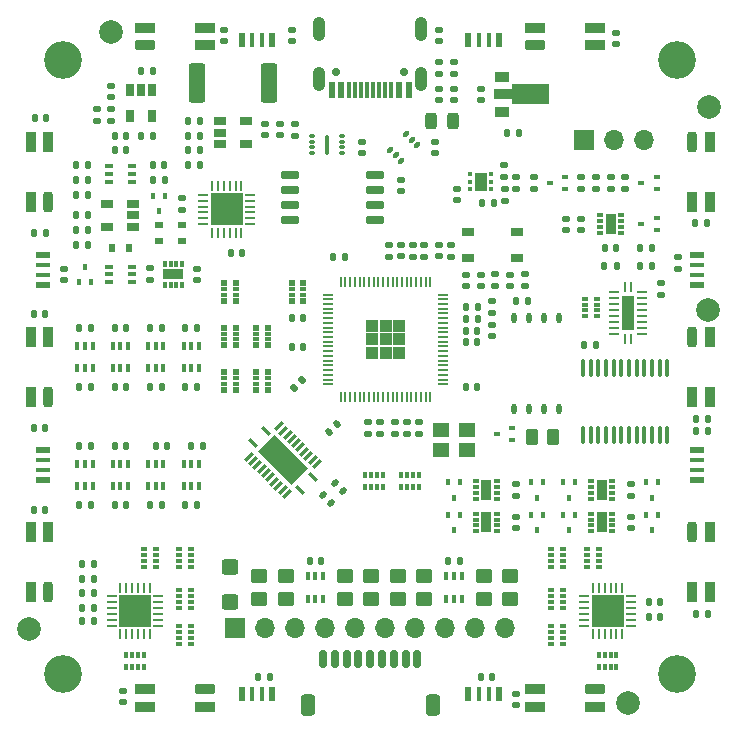
<source format=gts>
G04 #@! TF.GenerationSoftware,KiCad,Pcbnew,8.0.7*
G04 #@! TF.CreationDate,2025-03-27T17:00:34+01:00*
G04 #@! TF.ProjectId,7-REV1B,372d5245-5631-4422-9e6b-696361645f70,rev?*
G04 #@! TF.SameCoordinates,Original*
G04 #@! TF.FileFunction,Soldermask,Top*
G04 #@! TF.FilePolarity,Negative*
%FSLAX46Y46*%
G04 Gerber Fmt 4.6, Leading zero omitted, Abs format (unit mm)*
G04 Created by KiCad (PCBNEW 8.0.7) date 2025-03-27 17:00:34*
%MOMM*%
%LPD*%
G01*
G04 APERTURE LIST*
G04 Aperture macros list*
%AMRoundRect*
0 Rectangle with rounded corners*
0 $1 Rounding radius*
0 $2 $3 $4 $5 $6 $7 $8 $9 X,Y pos of 4 corners*
0 Add a 4 corners polygon primitive as box body*
4,1,4,$2,$3,$4,$5,$6,$7,$8,$9,$2,$3,0*
0 Add four circle primitives for the rounded corners*
1,1,$1+$1,$2,$3*
1,1,$1+$1,$4,$5*
1,1,$1+$1,$6,$7*
1,1,$1+$1,$8,$9*
0 Add four rect primitives between the rounded corners*
20,1,$1+$1,$2,$3,$4,$5,0*
20,1,$1+$1,$4,$5,$6,$7,0*
20,1,$1+$1,$6,$7,$8,$9,0*
20,1,$1+$1,$8,$9,$2,$3,0*%
%AMRotRect*
0 Rectangle, with rotation*
0 The origin of the aperture is its center*
0 $1 length*
0 $2 width*
0 $3 Rotation angle, in degrees counterclockwise*
0 Add horizontal line*
21,1,$1,$2,0,0,$3*%
%AMFreePoly0*
4,1,5,0.215000,-0.575000,-0.215000,-0.575000,-0.215000,0.575000,0.215000,0.575000,0.215000,-0.575000,0.215000,-0.575000,$1*%
%AMFreePoly1*
4,1,9,3.862500,-0.866500,0.737500,-0.866500,0.737500,-0.450000,-0.737500,-0.450000,-0.737500,0.450000,0.737500,0.450000,0.737500,0.866500,3.862500,0.866500,3.862500,-0.866500,3.862500,-0.866500,$1*%
G04 Aperture macros list end*
%ADD10RoundRect,0.140000X0.170000X-0.140000X0.170000X0.140000X-0.170000X0.140000X-0.170000X-0.140000X0*%
%ADD11R,1.700000X0.820000*%
%ADD12RoundRect,0.205000X0.645000X0.205000X-0.645000X0.205000X-0.645000X-0.205000X0.645000X-0.205000X0*%
%ADD13RoundRect,0.205000X-0.645000X-0.205000X0.645000X-0.205000X0.645000X0.205000X-0.645000X0.205000X0*%
%ADD14R,0.820000X1.700000*%
%ADD15RoundRect,0.205000X-0.205000X0.645000X-0.205000X-0.645000X0.205000X-0.645000X0.205000X0.645000X0*%
%ADD16RoundRect,0.205000X0.205000X-0.645000X0.205000X0.645000X-0.205000X0.645000X-0.205000X-0.645000X0*%
%ADD17RoundRect,0.147500X-0.147500X-0.172500X0.147500X-0.172500X0.147500X0.172500X-0.147500X0.172500X0*%
%ADD18RoundRect,0.147500X0.147500X0.172500X-0.147500X0.172500X-0.147500X-0.172500X0.147500X-0.172500X0*%
%ADD19RoundRect,0.147500X0.172500X-0.147500X0.172500X0.147500X-0.172500X0.147500X-0.172500X-0.147500X0*%
%ADD20RoundRect,0.147500X-0.017678X0.226274X-0.226274X0.017678X0.017678X-0.226274X0.226274X-0.017678X0*%
%ADD21C,3.200000*%
%ADD22RoundRect,0.140000X-0.140000X-0.170000X0.140000X-0.170000X0.140000X0.170000X-0.140000X0.170000X0*%
%ADD23R,0.400000X0.650000*%
%ADD24RoundRect,0.243750X0.243750X0.456250X-0.243750X0.456250X-0.243750X-0.456250X0.243750X-0.456250X0*%
%ADD25RoundRect,0.140000X0.140000X0.170000X-0.140000X0.170000X-0.140000X-0.170000X0.140000X-0.170000X0*%
%ADD26RoundRect,0.147500X-0.172500X0.147500X-0.172500X-0.147500X0.172500X-0.147500X0.172500X0.147500X0*%
%ADD27RoundRect,0.135000X0.185000X-0.135000X0.185000X0.135000X-0.185000X0.135000X-0.185000X-0.135000X0*%
%ADD28RoundRect,0.140000X-0.170000X0.140000X-0.170000X-0.140000X0.170000X-0.140000X0.170000X0.140000X0*%
%ADD29RoundRect,0.030000X-0.250000X-0.200000X0.250000X-0.200000X0.250000X0.200000X-0.250000X0.200000X0*%
%ADD30RoundRect,0.030000X-0.250000X-0.150000X0.250000X-0.150000X0.250000X0.150000X-0.250000X0.150000X0*%
%ADD31RoundRect,0.249998X0.262502X0.450002X-0.262502X0.450002X-0.262502X-0.450002X0.262502X-0.450002X0*%
%ADD32RoundRect,0.150000X-0.650000X-0.150000X0.650000X-0.150000X0.650000X0.150000X-0.650000X0.150000X0*%
%ADD33C,2.000000*%
%ADD34R,1.700000X1.700000*%
%ADD35O,1.700000X1.700000*%
%ADD36RoundRect,0.150000X-0.150000X-0.625000X0.150000X-0.625000X0.150000X0.625000X-0.150000X0.625000X0*%
%ADD37RoundRect,0.249999X-0.350001X-0.650001X0.350001X-0.650001X0.350001X0.650001X-0.350001X0.650001X0*%
%ADD38RoundRect,0.062500X-0.062500X-0.350000X0.062500X-0.350000X0.062500X0.350000X-0.062500X0.350000X0*%
%ADD39RoundRect,0.062500X-0.350000X-0.062500X0.350000X-0.062500X0.350000X0.062500X-0.350000X0.062500X0*%
%ADD40R,1.000000X3.000000*%
%ADD41R,1.400000X1.200000*%
%ADD42R,1.050000X0.650000*%
%ADD43RoundRect,0.135000X0.135000X0.185000X-0.135000X0.185000X-0.135000X-0.185000X0.135000X-0.185000X0*%
%ADD44RoundRect,0.249999X0.450001X1.425001X-0.450001X1.425001X-0.450001X-1.425001X0.450001X-1.425001X0*%
%ADD45RoundRect,0.135000X-0.135000X-0.185000X0.135000X-0.185000X0.135000X0.185000X-0.135000X0.185000X0*%
%ADD46RoundRect,0.100000X-0.100000X0.155000X-0.100000X-0.155000X0.100000X-0.155000X0.100000X0.155000X0*%
%ADD47R,0.650000X1.060000*%
%ADD48R,0.650000X0.400000*%
%ADD49R,0.600000X0.700000*%
%ADD50RoundRect,0.100000X0.100000X-0.637500X0.100000X0.637500X-0.100000X0.637500X-0.100000X-0.637500X0*%
%ADD51C,0.700000*%
%ADD52R,0.600000X1.450000*%
%ADD53R,0.300000X1.450000*%
%ADD54O,1.050000X2.100000*%
%ADD55FreePoly0,90.000000*%
%ADD56R,1.150000X0.430000*%
%ADD57FreePoly0,0.000000*%
%ADD58R,0.430000X1.150000*%
%ADD59FreePoly0,270.000000*%
%ADD60FreePoly0,180.000000*%
%ADD61R,0.700000X0.600000*%
%ADD62RoundRect,0.100000X0.100000X-0.155000X0.100000X0.155000X-0.100000X0.155000X-0.100000X-0.155000X0*%
%ADD63R,1.300000X0.900000*%
%ADD64FreePoly1,0.000000*%
%ADD65R,1.060000X0.650000*%
%ADD66RoundRect,0.202500X0.022500X-0.247500X0.022500X0.247500X-0.022500X0.247500X-0.022500X-0.247500X0*%
%ADD67RoundRect,0.250000X-0.450000X0.350000X-0.450000X-0.350000X0.450000X-0.350000X0.450000X0.350000X0*%
%ADD68R,0.500000X0.400000*%
%ADD69R,0.500000X0.300000*%
%ADD70R,0.900000X1.750000*%
%ADD71RoundRect,0.140000X-0.219203X-0.021213X-0.021213X-0.219203X0.219203X0.021213X0.021213X0.219203X0*%
%ADD72RoundRect,0.140000X0.219203X0.021213X0.021213X0.219203X-0.219203X-0.021213X-0.021213X-0.219203X0*%
%ADD73RotRect,0.900000X0.290000X135.000000*%
%ADD74RotRect,0.290000X0.900000X135.000000*%
%ADD75RotRect,2.000000X4.000000X225.000000*%
%ADD76RoundRect,0.135000X-0.185000X0.135000X-0.185000X-0.135000X0.185000X-0.135000X0.185000X0.135000X0*%
%ADD77RoundRect,0.250000X0.450000X-0.400000X0.450000X0.400000X-0.450000X0.400000X-0.450000X-0.400000X0*%
%ADD78RoundRect,0.100000X-0.088388X-0.229810X0.229810X0.088388X0.088388X0.229810X-0.229810X-0.088388X0*%
%ADD79RoundRect,0.140000X-0.021213X0.219203X-0.219203X0.021213X0.021213X-0.219203X0.219203X-0.021213X0*%
%ADD80RoundRect,0.062500X0.350000X0.062500X-0.350000X0.062500X-0.350000X-0.062500X0.350000X-0.062500X0*%
%ADD81RoundRect,0.062500X0.062500X0.350000X-0.062500X0.350000X-0.062500X-0.350000X0.062500X-0.350000X0*%
%ADD82R,2.700000X2.700000*%
%ADD83R,0.400000X0.500000*%
%ADD84R,0.300000X0.500000*%
%ADD85RoundRect,0.055000X0.335000X-0.055000X0.335000X0.055000X-0.335000X0.055000X-0.335000X-0.055000X0*%
%ADD86RoundRect,0.055000X-0.055000X-0.335000X0.055000X-0.335000X0.055000X0.335000X-0.055000X0.335000X0*%
%ADD87C,0.600000*%
%ADD88R,1.133333X1.133333*%
%ADD89RoundRect,0.100000X0.100000X-0.225000X0.100000X0.225000X-0.100000X0.225000X-0.100000X-0.225000X0*%
%ADD90RoundRect,0.062500X0.062500X-0.337500X0.062500X0.337500X-0.062500X0.337500X-0.062500X-0.337500X0*%
%ADD91RoundRect,0.062500X0.337500X-0.062500X0.337500X0.062500X-0.337500X0.062500X-0.337500X-0.062500X0*%
%ADD92R,2.750000X2.750000*%
%ADD93RoundRect,0.100000X-0.155000X-0.100000X0.155000X-0.100000X0.155000X0.100000X-0.155000X0.100000X0*%
%ADD94R,1.750000X0.900000*%
%ADD95RoundRect,0.093750X0.093750X0.106250X-0.093750X0.106250X-0.093750X-0.106250X0.093750X-0.106250X0*%
%ADD96R,1.000000X1.600000*%
%ADD97RoundRect,0.062500X-0.062500X0.337500X-0.062500X-0.337500X0.062500X-0.337500X0.062500X0.337500X0*%
%ADD98RoundRect,0.062500X-0.337500X0.062500X-0.337500X-0.062500X0.337500X-0.062500X0.337500X0.062500X0*%
%ADD99RoundRect,0.075000X-0.187500X-0.075000X0.187500X-0.075000X0.187500X0.075000X-0.187500X0.075000X0*%
%ADD100RoundRect,0.075000X-0.075000X-0.775000X0.075000X-0.775000X0.075000X0.775000X-0.075000X0.775000X0*%
G04 APERTURE END LIST*
D10*
X142250000Y-74980000D03*
X142250000Y-74020000D03*
D11*
X115950000Y-61350000D03*
X115950000Y-62850000D03*
D12*
X110850000Y-62850000D03*
D11*
X110850000Y-61350000D03*
X143850000Y-118850000D03*
X143850000Y-117350000D03*
D13*
X148950000Y-117350000D03*
D11*
X148950000Y-118850000D03*
D14*
X101150000Y-104050000D03*
X102650000Y-104050000D03*
D15*
X102650000Y-109150000D03*
D14*
X101150000Y-109150000D03*
D11*
X148950000Y-61350000D03*
X148950000Y-62850000D03*
D12*
X143850000Y-62850000D03*
D11*
X143850000Y-61350000D03*
D14*
X158650000Y-76150000D03*
X157150000Y-76150000D03*
D16*
X157150000Y-71050000D03*
D14*
X158650000Y-71050000D03*
D11*
X110850000Y-118850000D03*
X110850000Y-117350000D03*
D13*
X115950000Y-117350000D03*
D11*
X115950000Y-118850000D03*
D14*
X101150000Y-71050000D03*
X102650000Y-71050000D03*
D15*
X102650000Y-76150000D03*
D14*
X101150000Y-76150000D03*
X101150000Y-87550000D03*
X102650000Y-87550000D03*
D15*
X102650000Y-92650000D03*
D14*
X101150000Y-92650000D03*
D17*
X141515000Y-70250000D03*
X142485000Y-70250000D03*
X111765000Y-96750000D03*
X112735000Y-96750000D03*
X105265000Y-96750000D03*
X106235000Y-96750000D03*
D18*
X112235000Y-101750000D03*
X111265000Y-101750000D03*
X106235000Y-91750000D03*
X105265000Y-91750000D03*
X148985000Y-88250000D03*
X148015000Y-88250000D03*
D17*
X114765000Y-96750000D03*
X115735000Y-96750000D03*
X108265000Y-96750000D03*
X109235000Y-96750000D03*
D19*
X138000000Y-83235000D03*
X138000000Y-82265000D03*
D10*
X139250000Y-83230000D03*
X139250000Y-82270000D03*
D19*
X131500000Y-80735000D03*
X131500000Y-79765000D03*
D20*
X124142947Y-91157053D03*
X123457053Y-91842947D03*
D21*
X155900000Y-116100000D03*
D17*
X138015000Y-88000000D03*
X138985000Y-88000000D03*
D21*
X155900000Y-64100000D03*
D19*
X133000000Y-95735000D03*
X133000000Y-94765000D03*
D22*
X138020000Y-87000000D03*
X138980000Y-87000000D03*
D21*
X103900000Y-64100000D03*
X103900000Y-116100000D03*
D23*
X106400000Y-88300000D03*
X105750000Y-88300000D03*
X105100000Y-88300000D03*
X105100000Y-90200000D03*
X105750000Y-90200000D03*
X106400000Y-90200000D03*
X115400000Y-88300000D03*
X114750000Y-88300000D03*
X114100000Y-88300000D03*
X114100000Y-90200000D03*
X114750000Y-90200000D03*
X115400000Y-90200000D03*
X106400000Y-98300000D03*
X105750000Y-98300000D03*
X105100000Y-98300000D03*
X105100000Y-100200000D03*
X105750000Y-100200000D03*
X106400000Y-100200000D03*
X112400000Y-98300000D03*
X111750000Y-98300000D03*
X111100000Y-98300000D03*
X111100000Y-100200000D03*
X111750000Y-100200000D03*
X112400000Y-100200000D03*
D19*
X133500000Y-80735000D03*
X133500000Y-79765000D03*
X134500000Y-80735000D03*
X134500000Y-79765000D03*
X137000000Y-65265000D03*
X137000000Y-64295000D03*
D24*
X136937500Y-69250000D03*
X135062500Y-69250000D03*
D22*
X157420000Y-77900000D03*
X158380000Y-77900000D03*
D25*
X102430000Y-78700000D03*
X101470000Y-78700000D03*
D10*
X135750000Y-62480000D03*
X135750000Y-61520000D03*
D25*
X102480000Y-69000000D03*
X101520000Y-69000000D03*
X102380000Y-85600000D03*
X101420000Y-85600000D03*
X102380000Y-95250000D03*
X101420000Y-95250000D03*
D10*
X150750000Y-62730000D03*
X150750000Y-61770000D03*
X123250000Y-62480000D03*
X123250000Y-61520000D03*
D26*
X134000000Y-94765000D03*
X134000000Y-95735000D03*
D27*
X140500000Y-83260000D03*
X140500000Y-82240000D03*
D28*
X132500000Y-74220000D03*
X132500000Y-75180000D03*
X135750000Y-66520000D03*
X135750000Y-67480000D03*
X137000000Y-66520000D03*
X137000000Y-67480000D03*
D25*
X124230000Y-85900000D03*
X123270000Y-85900000D03*
D29*
X117500000Y-86750000D03*
D30*
X117500000Y-87250000D03*
X117500000Y-87750000D03*
D29*
X117500000Y-88250000D03*
X118500000Y-88250000D03*
D30*
X118500000Y-87750000D03*
X118500000Y-87250000D03*
D29*
X118500000Y-86750000D03*
D31*
X145412500Y-96000000D03*
X143587500Y-96000000D03*
D29*
X117500000Y-90500000D03*
D30*
X117500000Y-91000000D03*
X117500000Y-91500000D03*
D29*
X117500000Y-92000000D03*
X118500000Y-92000000D03*
D30*
X118500000Y-91500000D03*
X118500000Y-91000000D03*
D29*
X118500000Y-90500000D03*
D32*
X123150000Y-73795000D03*
X123150000Y-75065000D03*
X123150000Y-76335000D03*
X123150000Y-77605000D03*
X130350000Y-77605000D03*
X130350000Y-76335000D03*
X130350000Y-75065000D03*
X130350000Y-73795000D03*
D33*
X158600000Y-68050000D03*
X101050000Y-112300000D03*
D28*
X142250000Y-117770000D03*
X142250000Y-118730000D03*
D25*
X102380000Y-102200000D03*
X101420000Y-102200000D03*
X140230000Y-116332000D03*
X139270000Y-116332000D03*
X121384000Y-116332000D03*
X120424000Y-116332000D03*
D28*
X109000000Y-117520000D03*
X109000000Y-118480000D03*
D10*
X139250000Y-67480000D03*
X139250000Y-66520000D03*
D34*
X148010000Y-70850000D03*
D35*
X150550000Y-70850000D03*
X153090000Y-70850000D03*
D33*
X108000000Y-61750000D03*
X158500000Y-85250000D03*
X151750000Y-118500000D03*
D22*
X157520000Y-111000000D03*
X158480000Y-111000000D03*
D19*
X135750000Y-65265000D03*
X135750000Y-64295000D03*
D36*
X125900000Y-114820000D03*
X126900000Y-114820000D03*
X127900000Y-114820000D03*
X128900000Y-114820000D03*
X129900000Y-114820000D03*
X130900000Y-114820000D03*
X131900000Y-114820000D03*
X132900000Y-114820000D03*
X133900000Y-114820000D03*
D37*
X124600000Y-118695000D03*
X135200000Y-118695000D03*
D38*
X151500000Y-83312500D03*
D39*
X150562500Y-83750000D03*
X150562500Y-84250000D03*
X150562500Y-84750000D03*
X150562500Y-85250000D03*
X150562500Y-85750000D03*
X150562500Y-86250000D03*
X150562500Y-86750000D03*
X150562500Y-87250000D03*
D38*
X151500000Y-87687500D03*
X152000000Y-87687500D03*
D39*
X152937500Y-87250000D03*
X152937500Y-86750000D03*
X152937500Y-86250000D03*
X152937500Y-85750000D03*
X152937500Y-85250000D03*
X152937500Y-84750000D03*
X152937500Y-84250000D03*
X152937500Y-83750000D03*
D38*
X152000000Y-83312500D03*
D40*
X151750000Y-85500000D03*
D41*
X135900000Y-97100000D03*
X138100000Y-97100000D03*
X138100000Y-95400000D03*
X135900000Y-95400000D03*
D26*
X147750000Y-77515000D03*
X147750000Y-78485000D03*
X129750000Y-94765000D03*
X129750000Y-95735000D03*
X130750000Y-94765000D03*
X130750000Y-95735000D03*
D42*
X142325000Y-80825000D03*
X138175000Y-80825000D03*
X142325000Y-78675000D03*
X138175000Y-78675000D03*
D22*
X157520000Y-95500000D03*
X158480000Y-95500000D03*
D26*
X121000000Y-69515000D03*
X121000000Y-70485000D03*
D19*
X122250000Y-70485000D03*
X122250000Y-69515000D03*
X108000000Y-69235000D03*
X108000000Y-68265000D03*
D27*
X111250000Y-82760000D03*
X111250000Y-81740000D03*
D43*
X106010000Y-78500000D03*
X104990000Y-78500000D03*
D17*
X105015000Y-79750000D03*
X105985000Y-79750000D03*
D19*
X104000000Y-82735000D03*
X104000000Y-81765000D03*
D43*
X112510000Y-74250000D03*
X111490000Y-74250000D03*
X106010000Y-73000000D03*
X104990000Y-73000000D03*
X106010000Y-74250000D03*
X104990000Y-74250000D03*
D25*
X111480000Y-65000000D03*
X110520000Y-65000000D03*
D19*
X106750000Y-69235000D03*
X106750000Y-68265000D03*
D18*
X115485000Y-73000000D03*
X114515000Y-73000000D03*
D44*
X121300000Y-66000000D03*
X115200000Y-66000000D03*
D18*
X115485000Y-69250000D03*
X114515000Y-69250000D03*
X115485000Y-70500000D03*
X114515000Y-70500000D03*
D17*
X111515000Y-73000000D03*
X112485000Y-73000000D03*
D18*
X105985000Y-77250000D03*
X105015000Y-77250000D03*
X115485000Y-71750000D03*
X114515000Y-71750000D03*
D45*
X104990000Y-75500000D03*
X106010000Y-75500000D03*
D10*
X117500000Y-62480000D03*
X117500000Y-61520000D03*
D46*
X105250000Y-82895000D03*
X106250000Y-82895000D03*
X105750000Y-81605000D03*
D27*
X114000000Y-76760000D03*
X114000000Y-75740000D03*
D25*
X111480000Y-70500000D03*
X110520000Y-70500000D03*
D26*
X108000000Y-66265000D03*
X108000000Y-67235000D03*
D47*
X111450000Y-66650000D03*
X110500000Y-66650000D03*
X109550000Y-66650000D03*
X109550000Y-68850000D03*
X111450000Y-68850000D03*
D48*
X109700000Y-74400000D03*
X109700000Y-73750000D03*
X109700000Y-73100000D03*
X107800000Y-73100000D03*
X107800000Y-73750000D03*
X107800000Y-74400000D03*
X109700000Y-82900000D03*
X109700000Y-82250000D03*
X109700000Y-81600000D03*
X107800000Y-81600000D03*
X107800000Y-82250000D03*
X107800000Y-82900000D03*
D49*
X108050000Y-80000000D03*
X109450000Y-80000000D03*
D50*
X147925000Y-95862500D03*
X148575000Y-95862500D03*
X149225000Y-95862500D03*
X149875000Y-95862500D03*
X150525000Y-95862500D03*
X151175000Y-95862500D03*
X151825000Y-95862500D03*
X152475000Y-95862500D03*
X153125000Y-95862500D03*
X153775000Y-95862500D03*
X154425000Y-95862500D03*
X155075000Y-95862500D03*
X155075000Y-90137500D03*
X154425000Y-90137500D03*
X153775000Y-90137500D03*
X153125000Y-90137500D03*
X152475000Y-90137500D03*
X151825000Y-90137500D03*
X151175000Y-90137500D03*
X150525000Y-90137500D03*
X149875000Y-90137500D03*
X149225000Y-90137500D03*
X148575000Y-90137500D03*
X147925000Y-90137500D03*
D23*
X109400000Y-98300000D03*
X108750000Y-98300000D03*
X108100000Y-98300000D03*
X108100000Y-100200000D03*
X108750000Y-100200000D03*
X109400000Y-100200000D03*
D18*
X106235000Y-101750000D03*
X105265000Y-101750000D03*
X109235000Y-101750000D03*
X108265000Y-101750000D03*
D29*
X117500000Y-83000000D03*
D30*
X117500000Y-83500000D03*
X117500000Y-84000000D03*
D29*
X117500000Y-84500000D03*
X118500000Y-84500000D03*
D30*
X118500000Y-84000000D03*
X118500000Y-83500000D03*
D29*
X118500000Y-83000000D03*
D25*
X153730000Y-81500000D03*
X152770000Y-81500000D03*
D23*
X112400000Y-88300000D03*
X111750000Y-88300000D03*
X111100000Y-88300000D03*
X111100000Y-90200000D03*
X111750000Y-90200000D03*
X112400000Y-90200000D03*
D29*
X123250000Y-83000000D03*
D30*
X123250000Y-83500000D03*
X123250000Y-84000000D03*
D29*
X123250000Y-84500000D03*
X124250000Y-84500000D03*
D30*
X124250000Y-84000000D03*
X124250000Y-83500000D03*
D29*
X124250000Y-83000000D03*
X120250000Y-86750000D03*
D30*
X120250000Y-87250000D03*
X120250000Y-87750000D03*
D29*
X120250000Y-88250000D03*
X121250000Y-88250000D03*
D30*
X121250000Y-87750000D03*
X121250000Y-87250000D03*
D29*
X121250000Y-86750000D03*
D23*
X109400000Y-88300000D03*
X108750000Y-88300000D03*
X108100000Y-88300000D03*
X108100000Y-90200000D03*
X108750000Y-90200000D03*
X109400000Y-90200000D03*
D18*
X112235000Y-91750000D03*
X111265000Y-91750000D03*
D17*
X114265000Y-86750000D03*
X115235000Y-86750000D03*
X105265000Y-86750000D03*
X106235000Y-86750000D03*
X108265000Y-86750000D03*
X109235000Y-86750000D03*
D18*
X109235000Y-91750000D03*
X108265000Y-91750000D03*
D17*
X111265000Y-86750000D03*
X112235000Y-86750000D03*
D29*
X120250000Y-90500000D03*
D30*
X120250000Y-91000000D03*
X120250000Y-91500000D03*
D29*
X120250000Y-92000000D03*
X121250000Y-92000000D03*
D30*
X121250000Y-91500000D03*
X121250000Y-91000000D03*
D29*
X121250000Y-90500000D03*
D23*
X115400000Y-98300000D03*
X114750000Y-98300000D03*
X114100000Y-98300000D03*
X114100000Y-100200000D03*
X114750000Y-100200000D03*
X115400000Y-100200000D03*
D14*
X158650000Y-109150000D03*
X157150000Y-109150000D03*
D16*
X157150000Y-104050000D03*
D14*
X158650000Y-104050000D03*
D51*
X132790000Y-65150000D03*
X127010000Y-65150000D03*
D52*
X133150000Y-66595000D03*
X132350000Y-66595000D03*
D53*
X131150000Y-66595000D03*
X130150000Y-66595000D03*
X129650000Y-66595000D03*
X128650000Y-66595000D03*
D52*
X126650000Y-66595000D03*
X127450000Y-66595000D03*
D53*
X128150000Y-66595000D03*
X129150000Y-66595000D03*
X130650000Y-66595000D03*
X131650000Y-66595000D03*
D54*
X134220000Y-65680000D03*
X125580000Y-65680000D03*
X134220000Y-61500000D03*
X125580000Y-61500000D03*
D18*
X115235000Y-101750000D03*
X114265000Y-101750000D03*
D55*
X157575000Y-97075000D03*
D56*
X157575000Y-97925000D03*
X157575000Y-98775000D03*
D55*
X157575000Y-99625000D03*
D57*
X140775000Y-117775000D03*
D58*
X139925000Y-117775000D03*
X139075000Y-117775000D03*
D57*
X138225000Y-117775000D03*
X121575000Y-117775000D03*
D58*
X120725000Y-117775000D03*
X119875000Y-117775000D03*
D57*
X119025000Y-117775000D03*
D59*
X102225000Y-99625000D03*
D56*
X102225000Y-98775000D03*
X102225000Y-97925000D03*
D59*
X102225000Y-97075000D03*
X102225000Y-83125000D03*
D56*
X102225000Y-82275000D03*
X102225000Y-81425000D03*
D59*
X102225000Y-80575000D03*
D60*
X119025000Y-62425000D03*
D58*
X119875000Y-62425000D03*
X120725000Y-62425000D03*
D60*
X121575000Y-62425000D03*
X138225000Y-62425000D03*
D58*
X139075000Y-62425000D03*
X139925000Y-62425000D03*
D60*
X140775000Y-62425000D03*
D18*
X115235000Y-91750000D03*
X114265000Y-91750000D03*
D61*
X114000000Y-79450000D03*
X114000000Y-78050000D03*
D62*
X112500000Y-75605000D03*
X111500000Y-75605000D03*
X112000000Y-76895000D03*
D63*
X141100000Y-65500000D03*
D64*
X141187500Y-67000000D03*
D63*
X141100000Y-68500000D03*
D25*
X109230000Y-70500000D03*
X108270000Y-70500000D03*
D18*
X109235000Y-71750000D03*
X108265000Y-71750000D03*
D61*
X112000000Y-79450000D03*
X112000000Y-78050000D03*
D65*
X109850000Y-78200000D03*
X109850000Y-77250000D03*
X109850000Y-76300000D03*
X107650000Y-76300000D03*
X107650000Y-78200000D03*
X117150000Y-69300000D03*
X117150000Y-70250000D03*
X117150000Y-71200000D03*
X119350000Y-71200000D03*
X119350000Y-69300000D03*
D26*
X146500000Y-77515000D03*
X146500000Y-78485000D03*
D22*
X157520000Y-94500000D03*
X158480000Y-94500000D03*
D14*
X158650000Y-92650000D03*
X157150000Y-92650000D03*
D16*
X157150000Y-87550000D03*
D14*
X158650000Y-87550000D03*
D66*
X142095000Y-93600000D03*
X143365000Y-93600000D03*
X144635000Y-93600000D03*
X145905000Y-93600000D03*
X145905000Y-85900000D03*
X144635000Y-85900000D03*
X143365000Y-85900000D03*
X142095000Y-85900000D03*
D27*
X154500000Y-84010000D03*
X154500000Y-82990000D03*
D67*
X120500000Y-107750000D03*
X120500000Y-109750000D03*
D45*
X105490000Y-109250000D03*
X106510000Y-109250000D03*
D62*
X144500000Y-102605000D03*
X143500000Y-102605000D03*
X144000000Y-103895000D03*
D22*
X105520000Y-110500000D03*
X106480000Y-110500000D03*
D55*
X157575000Y-80575000D03*
D56*
X157575000Y-81425000D03*
X157575000Y-82275000D03*
D55*
X157575000Y-83125000D03*
D45*
X105490000Y-106750000D03*
X106510000Y-106750000D03*
D25*
X150730000Y-80000000D03*
X149770000Y-80000000D03*
D28*
X140250000Y-84520000D03*
X140250000Y-85480000D03*
X155956000Y-80800000D03*
X155956000Y-81760000D03*
D25*
X127730000Y-80800000D03*
X126770000Y-80800000D03*
D68*
X148250000Y-105500000D03*
D69*
X148250000Y-106000000D03*
X148250000Y-106500000D03*
D68*
X148250000Y-107000000D03*
X149250000Y-107000000D03*
D69*
X149250000Y-106500000D03*
X149250000Y-106000000D03*
D68*
X149250000Y-105500000D03*
D27*
X141250000Y-74010000D03*
X141250000Y-72990000D03*
D62*
X137500000Y-99855000D03*
X136500000Y-99855000D03*
X137000000Y-101145000D03*
D27*
X132000000Y-95760000D03*
X132000000Y-94740000D03*
D69*
X151150000Y-78750000D03*
X151150000Y-78250000D03*
X151150000Y-77750000D03*
X151150000Y-77250000D03*
X149350000Y-77250000D03*
X149350000Y-77750000D03*
X149350000Y-78250000D03*
X149350000Y-78750000D03*
D70*
X150250000Y-78000000D03*
D25*
X119080000Y-80400000D03*
X118120000Y-80400000D03*
D28*
X137250000Y-75020000D03*
X137250000Y-75980000D03*
D10*
X147750000Y-74980000D03*
X147750000Y-74020000D03*
D62*
X154250000Y-102605000D03*
X153250000Y-102605000D03*
X153750000Y-103895000D03*
D71*
X125910589Y-100910589D03*
X126589411Y-101589411D03*
D10*
X142250000Y-100980000D03*
X142250000Y-100020000D03*
D68*
X146250000Y-113500000D03*
D69*
X146250000Y-113000000D03*
X146250000Y-112500000D03*
D68*
X146250000Y-112000000D03*
X145250000Y-112000000D03*
D69*
X145250000Y-112500000D03*
X145250000Y-113000000D03*
D68*
X145250000Y-113500000D03*
D67*
X134500000Y-107750000D03*
X134500000Y-109750000D03*
D72*
X127589411Y-100589411D03*
X126910589Y-99910589D03*
D27*
X143000000Y-83260000D03*
X143000000Y-82240000D03*
D73*
X125025394Y-99434404D03*
D74*
X125378947Y-98303033D03*
X125025394Y-97949480D03*
X124671841Y-97595926D03*
X124318287Y-97242373D03*
X123964734Y-96888819D03*
X123611181Y-96535266D03*
X123257627Y-96181713D03*
X122904074Y-95828159D03*
X122550520Y-95474606D03*
X122196967Y-95121053D03*
D73*
X121065596Y-95474606D03*
X120004936Y-96535266D03*
D74*
X119651383Y-97666637D03*
X120004936Y-98020190D03*
X120358489Y-98373744D03*
X120712043Y-98727297D03*
X121065596Y-99080851D03*
X121419149Y-99434404D03*
X121772703Y-99787957D03*
X122126256Y-100141511D03*
X122479810Y-100495064D03*
X122833363Y-100848617D03*
D73*
X123964734Y-100495064D03*
D75*
X122515165Y-97984835D03*
D62*
X147250000Y-102605000D03*
X146250000Y-102605000D03*
X146750000Y-103895000D03*
D28*
X151500000Y-74020000D03*
X151500000Y-74980000D03*
D68*
X145250000Y-109000000D03*
D69*
X145250000Y-109500000D03*
X145250000Y-110000000D03*
D68*
X145250000Y-110500000D03*
X146250000Y-110500000D03*
D69*
X146250000Y-110000000D03*
X146250000Y-109500000D03*
D68*
X146250000Y-109000000D03*
D27*
X150250000Y-75010000D03*
X150250000Y-73990000D03*
D25*
X140366393Y-76164342D03*
X139406393Y-76164342D03*
D62*
X137500000Y-102605000D03*
X136500000Y-102605000D03*
X137000000Y-103895000D03*
D76*
X123500000Y-69490000D03*
X123500000Y-70510000D03*
D77*
X118000000Y-109950000D03*
X118000000Y-107050000D03*
D68*
X114750000Y-113500000D03*
D69*
X114750000Y-113000000D03*
X114750000Y-112500000D03*
D68*
X114750000Y-112000000D03*
X113750000Y-112000000D03*
D69*
X113750000Y-112500000D03*
X113750000Y-113000000D03*
D68*
X113750000Y-113500000D03*
D78*
X131618629Y-71712132D03*
X132078249Y-72171751D03*
X132537868Y-72631371D03*
X133881371Y-71287868D03*
X133421751Y-70828249D03*
X132962132Y-70368629D03*
D25*
X124230000Y-88400000D03*
X123270000Y-88400000D03*
D27*
X149000000Y-75010000D03*
X149000000Y-73990000D03*
D67*
X139500000Y-107750000D03*
X139500000Y-109750000D03*
D79*
X127089411Y-94910589D03*
X126410589Y-95589411D03*
D67*
X127750000Y-107750000D03*
X127750000Y-109750000D03*
D62*
X144500000Y-99855000D03*
X143500000Y-99855000D03*
X144000000Y-101145000D03*
D80*
X119712500Y-78000000D03*
X119712500Y-77500000D03*
X119712500Y-77000000D03*
X119712500Y-76500000D03*
X119712500Y-76000000D03*
X119712500Y-75500000D03*
D81*
X119000000Y-74787500D03*
X118500000Y-74787500D03*
X118000000Y-74787500D03*
X117500000Y-74787500D03*
X117000000Y-74787500D03*
X116500000Y-74787500D03*
D80*
X115787500Y-75500000D03*
X115787500Y-76000000D03*
X115787500Y-76500000D03*
X115787500Y-77000000D03*
X115787500Y-77500000D03*
X115787500Y-78000000D03*
D81*
X116500000Y-78712500D03*
X117000000Y-78712500D03*
X117500000Y-78712500D03*
X118000000Y-78712500D03*
X118500000Y-78712500D03*
X119000000Y-78712500D03*
D82*
X117750000Y-76750000D03*
D69*
X148600000Y-99750000D03*
X148600000Y-100250000D03*
X148600000Y-100750000D03*
X148600000Y-101250000D03*
X150400000Y-101250000D03*
X150400000Y-100750000D03*
X150400000Y-100250000D03*
X150400000Y-99750000D03*
D70*
X149500000Y-100500000D03*
D67*
X130000000Y-107750000D03*
X130000000Y-109750000D03*
D68*
X113750000Y-109000000D03*
D69*
X113750000Y-109500000D03*
X113750000Y-110000000D03*
D68*
X113750000Y-110500000D03*
X114750000Y-110500000D03*
D69*
X114750000Y-110000000D03*
X114750000Y-109500000D03*
D68*
X114750000Y-109000000D03*
D62*
X147250000Y-99855000D03*
X146250000Y-99855000D03*
X146750000Y-101145000D03*
D83*
X132500000Y-100250000D03*
D84*
X133000000Y-100250000D03*
X133500000Y-100250000D03*
D83*
X134000000Y-100250000D03*
X134000000Y-99250000D03*
D84*
X133500000Y-99250000D03*
X133000000Y-99250000D03*
D83*
X132500000Y-99250000D03*
D69*
X138850000Y-99750000D03*
X138850000Y-100250000D03*
X138850000Y-100750000D03*
X138850000Y-101250000D03*
X140650000Y-101250000D03*
X140650000Y-100750000D03*
X140650000Y-100250000D03*
X140650000Y-99750000D03*
D70*
X139750000Y-100500000D03*
D69*
X138850000Y-102500000D03*
X138850000Y-103000000D03*
X138850000Y-103500000D03*
X138850000Y-104000000D03*
X140650000Y-104000000D03*
X140650000Y-103500000D03*
X140650000Y-103000000D03*
X140650000Y-102500000D03*
D70*
X139750000Y-103250000D03*
D25*
X137480000Y-106500000D03*
X136520000Y-106500000D03*
D83*
X109250000Y-115500000D03*
D84*
X109750000Y-115500000D03*
X110250000Y-115500000D03*
D83*
X110750000Y-115500000D03*
X110750000Y-114500000D03*
D84*
X110250000Y-114500000D03*
X109750000Y-114500000D03*
D83*
X109250000Y-114500000D03*
D68*
X148100000Y-84300000D03*
D69*
X148100000Y-84800000D03*
X148100000Y-85300000D03*
D68*
X148100000Y-85800000D03*
X149100000Y-85800000D03*
D69*
X149100000Y-85300000D03*
X149100000Y-84800000D03*
D68*
X149100000Y-84300000D03*
D28*
X135400000Y-71020000D03*
X135400000Y-71980000D03*
D85*
X126303500Y-83950000D03*
X126303500Y-84350000D03*
X126303500Y-84750000D03*
X126303500Y-85150000D03*
X126303500Y-85550000D03*
X126303500Y-85950000D03*
X126303500Y-86350000D03*
X126303500Y-86750000D03*
X126303500Y-87150000D03*
X126303500Y-87550000D03*
X126303500Y-87950000D03*
X126303500Y-88350000D03*
X126303500Y-88750000D03*
X126303500Y-89150000D03*
X126303500Y-89550000D03*
X126303500Y-89950000D03*
X126303500Y-90350000D03*
X126303500Y-90750000D03*
X126303500Y-91150000D03*
X126303500Y-91550000D03*
D86*
X127400000Y-92646500D03*
X127800000Y-92646500D03*
X128200000Y-92646500D03*
X128600000Y-92646500D03*
X129000000Y-92646500D03*
X129400000Y-92646500D03*
X129800000Y-92646500D03*
X130200000Y-92646500D03*
X130600000Y-92646500D03*
X131000000Y-92646500D03*
X131400000Y-92646500D03*
X131800000Y-92646500D03*
X132200000Y-92646500D03*
X132600000Y-92646500D03*
X133000000Y-92646500D03*
X133400000Y-92646500D03*
X133800000Y-92646500D03*
X134200000Y-92646500D03*
X134600000Y-92646500D03*
X135000000Y-92646500D03*
D85*
X136096500Y-91550000D03*
X136096500Y-91150000D03*
X136096500Y-90750000D03*
X136096500Y-90350000D03*
X136096500Y-89950000D03*
X136096500Y-89550000D03*
X136096500Y-89150000D03*
X136096500Y-88750000D03*
X136096500Y-88350000D03*
X136096500Y-87950000D03*
X136096500Y-87550000D03*
X136096500Y-87150000D03*
X136096500Y-86750000D03*
X136096500Y-86350000D03*
X136096500Y-85950000D03*
X136096500Y-85550000D03*
X136096500Y-85150000D03*
X136096500Y-84750000D03*
X136096500Y-84350000D03*
X136096500Y-83950000D03*
D86*
X135000000Y-82853500D03*
X134600000Y-82853500D03*
X134200000Y-82853500D03*
X133800000Y-82853500D03*
X133400000Y-82853500D03*
X133000000Y-82853500D03*
X132600000Y-82853500D03*
X132200000Y-82853500D03*
X131800000Y-82853500D03*
X131400000Y-82853500D03*
X131000000Y-82853500D03*
X130600000Y-82853500D03*
X130200000Y-82853500D03*
X129800000Y-82853500D03*
X129400000Y-82853500D03*
X129000000Y-82853500D03*
X128600000Y-82853500D03*
X128200000Y-82853500D03*
X127800000Y-82853500D03*
X127400000Y-82853500D03*
D87*
X130066667Y-86616667D03*
D88*
X130066667Y-86616667D03*
D87*
X130066667Y-87750000D03*
D88*
X130066667Y-87750000D03*
D87*
X130066667Y-88883333D03*
D88*
X130066667Y-88883333D03*
D87*
X131200000Y-86616667D03*
D88*
X131200000Y-86616667D03*
D87*
X131200000Y-87750000D03*
D88*
X131200000Y-87750000D03*
D87*
X131200000Y-88883333D03*
D88*
X131200000Y-88883333D03*
D87*
X132333333Y-86616667D03*
D88*
X132333333Y-86616667D03*
D87*
X132333333Y-87750000D03*
D88*
X132333333Y-87750000D03*
D87*
X132333333Y-88883333D03*
D88*
X132333333Y-88883333D03*
D27*
X141315689Y-76008041D03*
X141315689Y-74988041D03*
D89*
X136350000Y-109700000D03*
X137000000Y-109700000D03*
X137650000Y-109700000D03*
X137650000Y-107800000D03*
X137000000Y-107800000D03*
X136350000Y-107800000D03*
D45*
X152740000Y-80000000D03*
X153760000Y-80000000D03*
D43*
X139010000Y-86000000D03*
X137990000Y-86000000D03*
D89*
X124600000Y-109700000D03*
X125250000Y-109700000D03*
X125900000Y-109700000D03*
X125900000Y-107800000D03*
X125250000Y-107800000D03*
X124600000Y-107800000D03*
D28*
X129250000Y-71020000D03*
X129250000Y-71980000D03*
D83*
X150750000Y-114500000D03*
D84*
X150250000Y-114500000D03*
X149750000Y-114500000D03*
D83*
X149250000Y-114500000D03*
X149250000Y-115500000D03*
D84*
X149750000Y-115500000D03*
X150250000Y-115500000D03*
D83*
X150750000Y-115500000D03*
D69*
X148600000Y-102500000D03*
X148600000Y-103000000D03*
X148600000Y-103500000D03*
X148600000Y-104000000D03*
X150400000Y-104000000D03*
X150400000Y-103500000D03*
X150400000Y-103000000D03*
X150400000Y-102500000D03*
D70*
X149500000Y-103250000D03*
D45*
X149740000Y-81500000D03*
X150760000Y-81500000D03*
D90*
X108750000Y-112725000D03*
X109250000Y-112725000D03*
X109750000Y-112725000D03*
X110250000Y-112725000D03*
X110750000Y-112725000D03*
X111250000Y-112725000D03*
D91*
X111975000Y-112000000D03*
X111975000Y-111500000D03*
X111975000Y-111000000D03*
X111975000Y-110500000D03*
X111975000Y-110000000D03*
X111975000Y-109500000D03*
D90*
X111250000Y-108775000D03*
X110750000Y-108775000D03*
X110250000Y-108775000D03*
X109750000Y-108775000D03*
X109250000Y-108775000D03*
X108750000Y-108775000D03*
D91*
X108025000Y-109500000D03*
X108025000Y-110000000D03*
X108025000Y-110500000D03*
X108025000Y-111000000D03*
X108025000Y-111500000D03*
X108025000Y-112000000D03*
D92*
X110000000Y-110750000D03*
D67*
X122750000Y-107750000D03*
X122750000Y-109750000D03*
D62*
X154250000Y-99855000D03*
X153250000Y-99855000D03*
X153750000Y-101145000D03*
D68*
X110750000Y-105500000D03*
D69*
X110750000Y-106000000D03*
X110750000Y-106500000D03*
D68*
X110750000Y-107000000D03*
X111750000Y-107000000D03*
D69*
X111750000Y-106500000D03*
X111750000Y-106000000D03*
D68*
X111750000Y-105500000D03*
D93*
X154145000Y-78500000D03*
X154145000Y-77500000D03*
X152855000Y-78000000D03*
D76*
X136750000Y-79740000D03*
X136750000Y-80760000D03*
D84*
X114000000Y-81350000D03*
X113500000Y-81350000D03*
X113000000Y-81350000D03*
X112500000Y-81350000D03*
X112500000Y-83150000D03*
X113000000Y-83150000D03*
X113500000Y-83150000D03*
X114000000Y-83150000D03*
D94*
X113250000Y-82250000D03*
D45*
X105490000Y-108000000D03*
X106510000Y-108000000D03*
D25*
X154480000Y-110000000D03*
X153520000Y-110000000D03*
D93*
X146395000Y-75000000D03*
X146395000Y-74000000D03*
X145105000Y-74500000D03*
D83*
X129500000Y-100250000D03*
D84*
X130000000Y-100250000D03*
X130500000Y-100250000D03*
D83*
X131000000Y-100250000D03*
X131000000Y-99250000D03*
D84*
X130500000Y-99250000D03*
X130000000Y-99250000D03*
D83*
X129500000Y-99250000D03*
D10*
X142250000Y-103730000D03*
X142250000Y-102770000D03*
D67*
X141750000Y-107750000D03*
X141750000Y-109750000D03*
D10*
X152000000Y-100980000D03*
X152000000Y-100020000D03*
D27*
X143750000Y-75010000D03*
X143750000Y-73990000D03*
D28*
X141750000Y-82270000D03*
X141750000Y-83230000D03*
D93*
X141895000Y-96250000D03*
X141895000Y-95250000D03*
X140605000Y-95750000D03*
X154145000Y-75000000D03*
X154145000Y-74000000D03*
X152855000Y-74500000D03*
D95*
X140137500Y-75050000D03*
X140137500Y-74400000D03*
X140137500Y-73750000D03*
X138362500Y-73750000D03*
X138362500Y-74400000D03*
X138362500Y-75050000D03*
D96*
X139250000Y-74400000D03*
D10*
X135750000Y-80730000D03*
X135750000Y-79770000D03*
D25*
X125730000Y-106500000D03*
X124770000Y-106500000D03*
D97*
X151250000Y-108775000D03*
X150750000Y-108775000D03*
X150250000Y-108775000D03*
X149750000Y-108775000D03*
X149250000Y-108775000D03*
X148750000Y-108775000D03*
D98*
X148025000Y-109500000D03*
X148025000Y-110000000D03*
X148025000Y-110500000D03*
X148025000Y-111000000D03*
X148025000Y-111500000D03*
X148025000Y-112000000D03*
D97*
X148750000Y-112725000D03*
X149250000Y-112725000D03*
X149750000Y-112725000D03*
X150250000Y-112725000D03*
X150750000Y-112725000D03*
X151250000Y-112725000D03*
D98*
X151975000Y-112000000D03*
X151975000Y-111500000D03*
X151975000Y-111000000D03*
X151975000Y-110500000D03*
X151975000Y-110000000D03*
X151975000Y-109500000D03*
D92*
X150000000Y-110750000D03*
D67*
X132250000Y-107750000D03*
X132250000Y-109750000D03*
D22*
X105520000Y-111600000D03*
X106480000Y-111600000D03*
X142270000Y-84500000D03*
X143230000Y-84500000D03*
D10*
X132500000Y-80730000D03*
X132500000Y-79770000D03*
D25*
X154480000Y-111250000D03*
X153520000Y-111250000D03*
D10*
X140250000Y-87480000D03*
X140250000Y-86520000D03*
D43*
X139010000Y-85000000D03*
X137990000Y-85000000D03*
D10*
X152000000Y-103730000D03*
X152000000Y-102770000D03*
D68*
X114750000Y-107000000D03*
D69*
X114750000Y-106500000D03*
X114750000Y-106000000D03*
D68*
X114750000Y-105500000D03*
X113750000Y-105500000D03*
D69*
X113750000Y-106000000D03*
X113750000Y-106500000D03*
D68*
X113750000Y-107000000D03*
D99*
X124962500Y-70500000D03*
X124962500Y-71000000D03*
X124962500Y-71500000D03*
X124962500Y-72000000D03*
X127537500Y-72000000D03*
X127537500Y-71500000D03*
X127537500Y-71000000D03*
X127537500Y-70500000D03*
D100*
X126250000Y-71250000D03*
D10*
X115250000Y-82730000D03*
X115250000Y-81770000D03*
D22*
X138020000Y-91750000D03*
X138980000Y-91750000D03*
D68*
X145250000Y-105500000D03*
D69*
X145250000Y-106000000D03*
X145250000Y-106500000D03*
D68*
X145250000Y-107000000D03*
X146250000Y-107000000D03*
D69*
X146250000Y-106500000D03*
X146250000Y-106000000D03*
D68*
X146250000Y-105500000D03*
D34*
X118470000Y-112220000D03*
D35*
X121010000Y-112220000D03*
X123550000Y-112220000D03*
X126090000Y-112220000D03*
X128630000Y-112220000D03*
X131170000Y-112220000D03*
X133710000Y-112220000D03*
X136250000Y-112220000D03*
X138790000Y-112220000D03*
X141330000Y-112220000D03*
M02*

</source>
